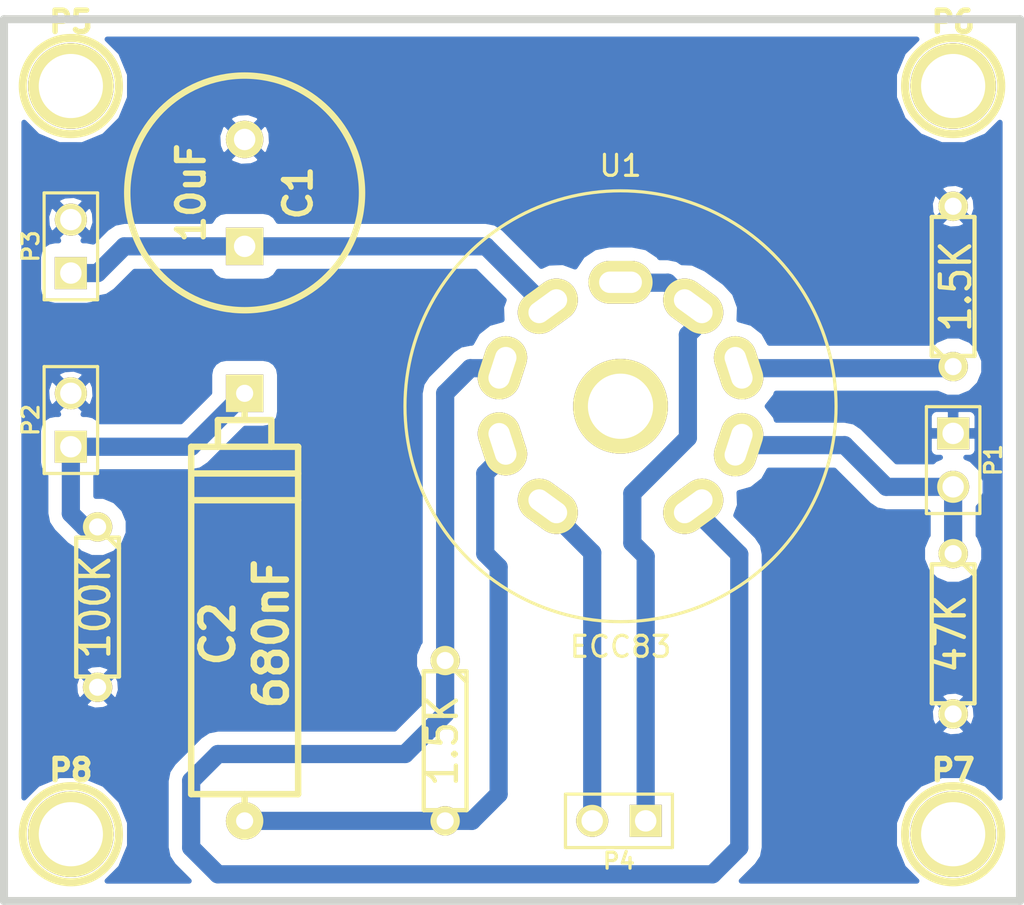
<source format=kicad_pcb>
(kicad_pcb (version 4) (host pcbnew "(2015-03-04 BZR 5478)-product")

  (general
    (links 21)
    (no_connects 1)
    (area 119.824499 90.614499 168.465501 132.905501)
    (thickness 1.6002)
    (drawings 4)
    (tracks 49)
    (zones 0)
    (modules 15)
    (nets 14)
  )

  (page A4)
  (layers
    (0 Dessus signal)
    (31 Dessous signal)
    (32 B.Adhes user)
    (33 F.Adhes user)
    (34 B.Paste user)
    (35 F.Paste user)
    (36 B.SilkS user)
    (37 F.SilkS user)
    (38 B.Mask user)
    (39 F.Mask user)
    (40 Dwgs.User user)
    (41 Cmts.User user)
    (42 Eco1.User user)
    (43 Eco2.User user)
    (44 Edge.Cuts user)
  )

  (setup
    (last_trace_width 0.8636)
    (user_trace_width 1)
    (user_trace_width 2)
    (user_trace_width 3)
    (trace_clearance 0.508)
    (zone_clearance 0.635)
    (zone_45_only no)
    (trace_min 0.154)
    (segment_width 0.381)
    (edge_width 0.381)
    (via_size 1.905)
    (via_drill 0.635)
    (via_min_size 0.889)
    (via_min_drill 0.508)
    (user_via 2 1)
    (user_via 3 2)
    (uvia_size 0.508)
    (uvia_drill 0.127)
    (uvias_allowed no)
    (uvia_min_size 0.508)
    (uvia_min_drill 0.127)
    (pcb_text_width 0.3048)
    (pcb_text_size 1.524 2.032)
    (mod_edge_width 0.381)
    (mod_text_size 1.524 1.524)
    (mod_text_width 0.3048)
    (pad_size 4.50088 4.50088)
    (pad_drill 3.0988)
    (pad_to_mask_clearance 0.1)
    (aux_axis_origin 0 0)
    (visible_elements 7FFFFFFF)
    (pcbplotparams
      (layerselection 0x00030_80000001)
      (usegerberextensions true)
      (excludeedgelayer true)
      (linewidth 0.150000)
      (plotframeref false)
      (viasonmask false)
      (mode 1)
      (useauxorigin false)
      (hpglpennumber 1)
      (hpglpenspeed 20)
      (hpglpendiameter 15)
      (hpglpenoverlay 2)
      (psnegative false)
      (psa4output false)
      (plotreference true)
      (plotvalue true)
      (plotinvisibletext false)
      (padsonsilk false)
      (subtractmaskfromsilk false)
      (outputformat 1)
      (mirror false)
      (drillshape 1)
      (scaleselection 1)
      (outputdirectory ""))
  )

  (net 0 "")
  (net 1 GND)
  (net 2 "Net-(C1-Pad1)")
  (net 3 "Net-(C2-Pad1)")
  (net 4 "Net-(C2-Pad2)")
  (net 5 "Net-(P1-Pad2)")
  (net 6 "Net-(P4-Pad1)")
  (net 7 "Net-(P4-Pad2)")
  (net 8 "Net-(R1-Pad1)")
  (net 9 "Net-(R2-Pad1)")
  (net 10 "Net-(P5-Pad1)")
  (net 11 "Net-(P6-Pad1)")
  (net 12 "Net-(P7-Pad1)")
  (net 13 "Net-(P8-Pad1)")

  (net_class Default "Ceci est la Netclass par défaut"
    (clearance 0.508)
    (trace_width 0.8636)
    (via_dia 1.905)
    (via_drill 0.635)
    (uvia_dia 0.508)
    (uvia_drill 0.127)
    (add_net GND)
    (add_net "Net-(C1-Pad1)")
    (add_net "Net-(C2-Pad1)")
    (add_net "Net-(C2-Pad2)")
    (add_net "Net-(P1-Pad2)")
    (add_net "Net-(P4-Pad1)")
    (add_net "Net-(P4-Pad2)")
    (add_net "Net-(P5-Pad1)")
    (add_net "Net-(P6-Pad1)")
    (add_net "Net-(P7-Pad1)")
    (add_net "Net-(P8-Pad1)")
    (add_net "Net-(R1-Pad1)")
    (add_net "Net-(R2-Pad1)")
  )

  (module discret:C2V10 (layer Dessus) (tedit 54A58223) (tstamp 54A58357)
    (at 131.445 99.06 90)
    (descr "Condensateur polarise")
    (tags CP)
    (path /4549F4BE)
    (fp_text reference C1 (at 0 2.54 90) (layer F.SilkS)
      (effects (font (size 1.27 1.27) (thickness 0.254)))
    )
    (fp_text value 10uF (at 0 -2.54 90) (layer F.SilkS)
      (effects (font (size 1.27 1.27) (thickness 0.254)))
    )
    (fp_circle (center 0 0) (end 4.826 -2.794) (layer F.SilkS) (width 0.3048))
    (pad 1 thru_hole rect (at -2.54 0 90) (size 1.778 1.778) (drill 1.016) (layers *.Cu *.Mask F.SilkS)
      (net 2 "Net-(C1-Pad1)"))
    (pad 2 thru_hole circle (at 2.54 0 90) (size 1.778 1.778) (drill 1.016) (layers *.Cu *.Mask F.SilkS)
      (net 1 GND))
    (model Discret.3dshapes/C2V10.wrl
      (at (xyz 0 0 0))
      (scale (xyz 1 1 1))
      (rotate (xyz 0 0 0))
    )
  )

  (module discret:CP8 (layer Dessus) (tedit 54A58223) (tstamp 54A5835C)
    (at 131.445 118.745 270)
    (descr "Condensateur polarise")
    (tags CP)
    (path /4549F3BE)
    (fp_text reference C2 (at 1.27 1.27 270) (layer F.SilkS)
      (effects (font (thickness 0.3048)))
    )
    (fp_text value 680nF (at 1.27 -1.27 270) (layer F.SilkS)
      (effects (font (thickness 0.3048)))
    )
    (fp_line (start -10.16 0) (end -8.89 0) (layer F.SilkS) (width 0.3048))
    (fp_line (start -7.62 1.27) (end -8.89 1.27) (layer F.SilkS) (width 0.3048))
    (fp_line (start -8.89 1.27) (end -8.89 -1.27) (layer F.SilkS) (width 0.3048))
    (fp_line (start -8.89 -1.27) (end -7.62 -1.27) (layer F.SilkS) (width 0.3048))
    (fp_line (start -7.62 2.54) (end -7.62 -2.54) (layer F.SilkS) (width 0.3048))
    (fp_line (start -7.62 -2.54) (end 8.89 -2.54) (layer F.SilkS) (width 0.3048))
    (fp_line (start 8.89 -2.54) (end 8.89 2.54) (layer F.SilkS) (width 0.3048))
    (fp_line (start 8.89 2.54) (end -7.62 2.54) (layer F.SilkS) (width 0.3048))
    (fp_line (start 8.89 0) (end 10.16 0) (layer F.SilkS) (width 0.3048))
    (fp_line (start -5.08 -2.54) (end -5.08 2.54) (layer F.SilkS) (width 0.3048))
    (fp_line (start -6.35 2.54) (end -6.35 -2.54) (layer F.SilkS) (width 0.3048))
    (pad 1 thru_hole rect (at -10.16 0 270) (size 1.778 1.778) (drill 0.8128) (layers *.Cu *.Mask F.SilkS)
      (net 3 "Net-(C2-Pad1)"))
    (pad 2 thru_hole circle (at 10.16 0 270) (size 1.778 1.778) (drill 0.8128) (layers *.Cu *.Mask F.SilkS)
      (net 4 "Net-(C2-Pad2)"))
    (model Discret.3dshapes/CP6.wrl
      (at (xyz 0 0 0))
      (scale (xyz 0.8 0.8 0.8))
      (rotate (xyz 0 0 0))
    )
  )

  (module pin_array:pin_array_1x02 (layer Dessus) (tedit 541A9B89) (tstamp 54A58361)
    (at 165.1 111.76 270)
    (descr "Connecteurs 2 pins")
    (tags "CONN DEV")
    (path /4549F464)
    (fp_text reference P1 (at 0 -1.905 270) (layer F.SilkS)
      (effects (font (size 0.762 0.762) (thickness 0.1524)))
    )
    (fp_text value IN (at 0 -1.905 270) (layer F.SilkS) hide
      (effects (font (size 0.762 0.762) (thickness 0.1524)))
    )
    (fp_line (start -2.54 1.27) (end -2.54 -1.27) (layer F.SilkS) (width 0.1524))
    (fp_line (start -2.54 -1.27) (end 2.54 -1.27) (layer F.SilkS) (width 0.1524))
    (fp_line (start 2.54 -1.27) (end 2.54 1.27) (layer F.SilkS) (width 0.1524))
    (fp_line (start 2.54 1.27) (end -2.54 1.27) (layer F.SilkS) (width 0.1524))
    (pad 1 thru_hole rect (at -1.27 0 270) (size 1.524 1.524) (drill 1.016) (layers *.Cu *.Mask F.SilkS)
      (net 1 GND))
    (pad 2 thru_hole circle (at 1.27 0 270) (size 1.524 1.524) (drill 1.016) (layers *.Cu *.Mask F.SilkS)
      (net 5 "Net-(P1-Pad2)"))
    (model Pin_Headers.3dshapes/Pin_Header_Straight_1x02.wrl
      (at (xyz 0 0 0))
      (scale (xyz 1 1 1))
      (rotate (xyz 0 0 0))
    )
  )

  (module pin_array:pin_array_1x02 (layer Dessus) (tedit 541A9B89) (tstamp 54A58366)
    (at 123.19 109.855 90)
    (descr "Connecteurs 2 pins")
    (tags "CONN DEV")
    (path /4549F46C)
    (fp_text reference P2 (at 0 -1.905 90) (layer F.SilkS)
      (effects (font (size 0.762 0.762) (thickness 0.1524)))
    )
    (fp_text value OUT (at 0 -1.905 90) (layer F.SilkS) hide
      (effects (font (size 0.762 0.762) (thickness 0.1524)))
    )
    (fp_line (start -2.54 1.27) (end -2.54 -1.27) (layer F.SilkS) (width 0.1524))
    (fp_line (start -2.54 -1.27) (end 2.54 -1.27) (layer F.SilkS) (width 0.1524))
    (fp_line (start 2.54 -1.27) (end 2.54 1.27) (layer F.SilkS) (width 0.1524))
    (fp_line (start 2.54 1.27) (end -2.54 1.27) (layer F.SilkS) (width 0.1524))
    (pad 1 thru_hole rect (at -1.27 0 90) (size 1.524 1.524) (drill 1.016) (layers *.Cu *.Mask F.SilkS)
      (net 3 "Net-(C2-Pad1)"))
    (pad 2 thru_hole circle (at 1.27 0 90) (size 1.524 1.524) (drill 1.016) (layers *.Cu *.Mask F.SilkS)
      (net 1 GND))
    (model Pin_Headers.3dshapes/Pin_Header_Straight_1x02.wrl
      (at (xyz 0 0 0))
      (scale (xyz 1 1 1))
      (rotate (xyz 0 0 0))
    )
  )

  (module pin_array:pin_array_1x02 (layer Dessus) (tedit 541A9B89) (tstamp 54A5836B)
    (at 123.19 101.6 90)
    (descr "Connecteurs 2 pins")
    (tags "CONN DEV")
    (path /4549F4A5)
    (fp_text reference P3 (at 0 -1.905 90) (layer F.SilkS)
      (effects (font (size 0.762 0.762) (thickness 0.1524)))
    )
    (fp_text value POWER (at 0 -1.905 90) (layer F.SilkS) hide
      (effects (font (size 0.762 0.762) (thickness 0.1524)))
    )
    (fp_line (start -2.54 1.27) (end -2.54 -1.27) (layer F.SilkS) (width 0.1524))
    (fp_line (start -2.54 -1.27) (end 2.54 -1.27) (layer F.SilkS) (width 0.1524))
    (fp_line (start 2.54 -1.27) (end 2.54 1.27) (layer F.SilkS) (width 0.1524))
    (fp_line (start 2.54 1.27) (end -2.54 1.27) (layer F.SilkS) (width 0.1524))
    (pad 1 thru_hole rect (at -1.27 0 90) (size 1.524 1.524) (drill 1.016) (layers *.Cu *.Mask F.SilkS)
      (net 2 "Net-(C1-Pad1)"))
    (pad 2 thru_hole circle (at 1.27 0 90) (size 1.524 1.524) (drill 1.016) (layers *.Cu *.Mask F.SilkS)
      (net 1 GND))
    (model Pin_Headers.3dshapes/Pin_Header_Straight_1x02.wrl
      (at (xyz 0 0 0))
      (scale (xyz 1 1 1))
      (rotate (xyz 0 0 0))
    )
  )

  (module pin_array:pin_array_1x02 (layer Dessus) (tedit 541A9B89) (tstamp 54A58370)
    (at 149.225 128.905 180)
    (descr "Connecteurs 2 pins")
    (tags "CONN DEV")
    (path /456A8ACC)
    (fp_text reference P4 (at 0 -1.905 180) (layer F.SilkS)
      (effects (font (size 0.762 0.762) (thickness 0.1524)))
    )
    (fp_text value CONN_2 (at 0 -1.905 180) (layer F.SilkS) hide
      (effects (font (size 0.762 0.762) (thickness 0.1524)))
    )
    (fp_line (start -2.54 1.27) (end -2.54 -1.27) (layer F.SilkS) (width 0.1524))
    (fp_line (start -2.54 -1.27) (end 2.54 -1.27) (layer F.SilkS) (width 0.1524))
    (fp_line (start 2.54 -1.27) (end 2.54 1.27) (layer F.SilkS) (width 0.1524))
    (fp_line (start 2.54 1.27) (end -2.54 1.27) (layer F.SilkS) (width 0.1524))
    (pad 1 thru_hole rect (at -1.27 0 180) (size 1.524 1.524) (drill 1.016) (layers *.Cu *.Mask F.SilkS)
      (net 6 "Net-(P4-Pad1)"))
    (pad 2 thru_hole circle (at 1.27 0 180) (size 1.524 1.524) (drill 1.016) (layers *.Cu *.Mask F.SilkS)
      (net 7 "Net-(P4-Pad2)"))
    (model Pin_Headers.3dshapes/Pin_Header_Straight_1x02.wrl
      (at (xyz 0 0 0))
      (scale (xyz 1 1 1))
      (rotate (xyz 0 0 0))
    )
  )

  (module discret:R3 (layer Dessus) (tedit 54A58223) (tstamp 54A58389)
    (at 140.97 125.095 270)
    (descr "Resitance 3 pas")
    (tags R)
    (path /4549F38A)
    (autoplace_cost180 10)
    (fp_text reference R1 (at 0 0.127 270) (layer F.SilkS) hide
      (effects (font (size 1.397 1.27) (thickness 0.2032)))
    )
    (fp_text value 1.5K (at 0 0.127 270) (layer F.SilkS)
      (effects (font (size 1.397 1.27) (thickness 0.2032)))
    )
    (fp_line (start -3.81 0) (end -3.302 0) (layer F.SilkS) (width 0.2032))
    (fp_line (start 3.81 0) (end 3.302 0) (layer F.SilkS) (width 0.2032))
    (fp_line (start 3.302 0) (end 3.302 -1.016) (layer F.SilkS) (width 0.2032))
    (fp_line (start 3.302 -1.016) (end -3.302 -1.016) (layer F.SilkS) (width 0.2032))
    (fp_line (start -3.302 -1.016) (end -3.302 1.016) (layer F.SilkS) (width 0.2032))
    (fp_line (start -3.302 1.016) (end 3.302 1.016) (layer F.SilkS) (width 0.2032))
    (fp_line (start 3.302 1.016) (end 3.302 0) (layer F.SilkS) (width 0.2032))
    (fp_line (start -3.302 -0.508) (end -2.794 -1.016) (layer F.SilkS) (width 0.2032))
    (pad 1 thru_hole circle (at -3.81 0 270) (size 1.397 1.397) (drill 0.8128) (layers *.Cu *.Mask F.SilkS)
      (net 8 "Net-(R1-Pad1)"))
    (pad 2 thru_hole circle (at 3.81 0 270) (size 1.397 1.397) (drill 0.8128) (layers *.Cu *.Mask F.SilkS)
      (net 4 "Net-(C2-Pad2)"))
    (model Discret.3dshapes/R3.wrl
      (at (xyz 0 0 0))
      (scale (xyz 0.3 0.3 0.3))
      (rotate (xyz 0 0 0))
    )
  )

  (module discret:R3 (layer Dessus) (tedit 54A58223) (tstamp 54A5838E)
    (at 165.1 103.505 90)
    (descr "Resitance 3 pas")
    (tags R)
    (path /4549F39D)
    (autoplace_cost180 10)
    (fp_text reference R2 (at 0 0.127 90) (layer F.SilkS) hide
      (effects (font (size 1.397 1.27) (thickness 0.2032)))
    )
    (fp_text value 1.5K (at 0 0.127 90) (layer F.SilkS)
      (effects (font (size 1.397 1.27) (thickness 0.2032)))
    )
    (fp_line (start -3.81 0) (end -3.302 0) (layer F.SilkS) (width 0.2032))
    (fp_line (start 3.81 0) (end 3.302 0) (layer F.SilkS) (width 0.2032))
    (fp_line (start 3.302 0) (end 3.302 -1.016) (layer F.SilkS) (width 0.2032))
    (fp_line (start 3.302 -1.016) (end -3.302 -1.016) (layer F.SilkS) (width 0.2032))
    (fp_line (start -3.302 -1.016) (end -3.302 1.016) (layer F.SilkS) (width 0.2032))
    (fp_line (start -3.302 1.016) (end 3.302 1.016) (layer F.SilkS) (width 0.2032))
    (fp_line (start 3.302 1.016) (end 3.302 0) (layer F.SilkS) (width 0.2032))
    (fp_line (start -3.302 -0.508) (end -2.794 -1.016) (layer F.SilkS) (width 0.2032))
    (pad 1 thru_hole circle (at -3.81 0 90) (size 1.397 1.397) (drill 0.8128) (layers *.Cu *.Mask F.SilkS)
      (net 9 "Net-(R2-Pad1)"))
    (pad 2 thru_hole circle (at 3.81 0 90) (size 1.397 1.397) (drill 0.8128) (layers *.Cu *.Mask F.SilkS)
      (net 1 GND))
    (model Discret.3dshapes/R3.wrl
      (at (xyz 0 0 0))
      (scale (xyz 0.3 0.3 0.3))
      (rotate (xyz 0 0 0))
    )
  )

  (module discret:R3 (layer Dessus) (tedit 54A58223) (tstamp 54A58393)
    (at 124.46 118.745 270)
    (descr "Resitance 3 pas")
    (tags R)
    (path /4549F3AD)
    (autoplace_cost180 10)
    (fp_text reference R3 (at 0 0.127 270) (layer F.SilkS) hide
      (effects (font (size 1.397 1.27) (thickness 0.2032)))
    )
    (fp_text value 100K (at 0 0.127 270) (layer F.SilkS)
      (effects (font (size 1.397 1.27) (thickness 0.2032)))
    )
    (fp_line (start -3.81 0) (end -3.302 0) (layer F.SilkS) (width 0.2032))
    (fp_line (start 3.81 0) (end 3.302 0) (layer F.SilkS) (width 0.2032))
    (fp_line (start 3.302 0) (end 3.302 -1.016) (layer F.SilkS) (width 0.2032))
    (fp_line (start 3.302 -1.016) (end -3.302 -1.016) (layer F.SilkS) (width 0.2032))
    (fp_line (start -3.302 -1.016) (end -3.302 1.016) (layer F.SilkS) (width 0.2032))
    (fp_line (start -3.302 1.016) (end 3.302 1.016) (layer F.SilkS) (width 0.2032))
    (fp_line (start 3.302 1.016) (end 3.302 0) (layer F.SilkS) (width 0.2032))
    (fp_line (start -3.302 -0.508) (end -2.794 -1.016) (layer F.SilkS) (width 0.2032))
    (pad 1 thru_hole circle (at -3.81 0 270) (size 1.397 1.397) (drill 0.8128) (layers *.Cu *.Mask F.SilkS)
      (net 3 "Net-(C2-Pad1)"))
    (pad 2 thru_hole circle (at 3.81 0 270) (size 1.397 1.397) (drill 0.8128) (layers *.Cu *.Mask F.SilkS)
      (net 1 GND))
    (model Discret.3dshapes/R3.wrl
      (at (xyz 0 0 0))
      (scale (xyz 0.3 0.3 0.3))
      (rotate (xyz 0 0 0))
    )
  )

  (module discret:R3 (layer Dessus) (tedit 54A58223) (tstamp 54A58398)
    (at 165.1 120.015 270)
    (descr "Resitance 3 pas")
    (tags R)
    (path /4549F3A2)
    (autoplace_cost180 10)
    (fp_text reference R4 (at 0 0.127 270) (layer F.SilkS) hide
      (effects (font (size 1.397 1.27) (thickness 0.2032)))
    )
    (fp_text value 47K (at 0 0.127 270) (layer F.SilkS)
      (effects (font (size 1.397 1.27) (thickness 0.2032)))
    )
    (fp_line (start -3.81 0) (end -3.302 0) (layer F.SilkS) (width 0.2032))
    (fp_line (start 3.81 0) (end 3.302 0) (layer F.SilkS) (width 0.2032))
    (fp_line (start 3.302 0) (end 3.302 -1.016) (layer F.SilkS) (width 0.2032))
    (fp_line (start 3.302 -1.016) (end -3.302 -1.016) (layer F.SilkS) (width 0.2032))
    (fp_line (start -3.302 -1.016) (end -3.302 1.016) (layer F.SilkS) (width 0.2032))
    (fp_line (start -3.302 1.016) (end 3.302 1.016) (layer F.SilkS) (width 0.2032))
    (fp_line (start 3.302 1.016) (end 3.302 0) (layer F.SilkS) (width 0.2032))
    (fp_line (start -3.302 -0.508) (end -2.794 -1.016) (layer F.SilkS) (width 0.2032))
    (pad 1 thru_hole circle (at -3.81 0 270) (size 1.397 1.397) (drill 0.8128) (layers *.Cu *.Mask F.SilkS)
      (net 5 "Net-(P1-Pad2)"))
    (pad 2 thru_hole circle (at 3.81 0 270) (size 1.397 1.397) (drill 0.8128) (layers *.Cu *.Mask F.SilkS)
      (net 1 GND))
    (model Discret.3dshapes/R3.wrl
      (at (xyz 0 0 0))
      (scale (xyz 0.3 0.3 0.3))
      (rotate (xyz 0 0 0))
    )
  )

  (module connect:1pin (layer Dessus) (tedit 54A58223) (tstamp 54A583D2)
    (at 123.19 93.98)
    (descr "module 1 pin (ou trou mecanique de percage)")
    (tags DEV)
    (path /54A5830A)
    (fp_text reference P5 (at 0 -3.048) (layer F.SilkS)
      (effects (font (size 1.016 1.016) (thickness 0.254)))
    )
    (fp_text value CONN_1 (at 0 2.794) (layer F.SilkS) hide
      (effects (font (size 1.016 1.016) (thickness 0.254)))
    )
    (fp_circle (center 0 0) (end 0 -2.286) (layer F.SilkS) (width 0.381))
    (pad 1 thru_hole circle (at 0 0) (size 4.064 4.064) (drill 3.048) (layers *.Cu *.Mask F.SilkS)
      (net 10 "Net-(P5-Pad1)"))
  )

  (module connect:1pin (layer Dessus) (tedit 54A58223) (tstamp 54A583D6)
    (at 165.1 93.98)
    (descr "module 1 pin (ou trou mecanique de percage)")
    (tags DEV)
    (path /54A58363)
    (fp_text reference P6 (at 0 -3.048) (layer F.SilkS)
      (effects (font (size 1.016 1.016) (thickness 0.254)))
    )
    (fp_text value CONN_1 (at 0 2.794) (layer F.SilkS) hide
      (effects (font (size 1.016 1.016) (thickness 0.254)))
    )
    (fp_circle (center 0 0) (end 0 -2.286) (layer F.SilkS) (width 0.381))
    (pad 1 thru_hole circle (at 0 0) (size 4.064 4.064) (drill 3.048) (layers *.Cu *.Mask F.SilkS)
      (net 11 "Net-(P6-Pad1)"))
  )

  (module connect:1pin (layer Dessus) (tedit 54A58223) (tstamp 54A583DA)
    (at 165.1 129.54)
    (descr "module 1 pin (ou trou mecanique de percage)")
    (tags DEV)
    (path /54A5837A)
    (fp_text reference P7 (at 0 -3.048) (layer F.SilkS)
      (effects (font (size 1.016 1.016) (thickness 0.254)))
    )
    (fp_text value CONN_1 (at 0 2.794) (layer F.SilkS) hide
      (effects (font (size 1.016 1.016) (thickness 0.254)))
    )
    (fp_circle (center 0 0) (end 0 -2.286) (layer F.SilkS) (width 0.381))
    (pad 1 thru_hole circle (at 0 0) (size 4.064 4.064) (drill 3.048) (layers *.Cu *.Mask F.SilkS)
      (net 12 "Net-(P7-Pad1)"))
  )

  (module connect:1pin (layer Dessus) (tedit 54A58223) (tstamp 54A583DE)
    (at 123.19 129.54)
    (descr "module 1 pin (ou trou mecanique de percage)")
    (tags DEV)
    (path /54A58391)
    (fp_text reference P8 (at 0 -3.048) (layer F.SilkS)
      (effects (font (size 1.016 1.016) (thickness 0.254)))
    )
    (fp_text value CONN_1 (at 0 2.794) (layer F.SilkS) hide
      (effects (font (size 1.016 1.016) (thickness 0.254)))
    )
    (fp_circle (center 0 0) (end 0 -2.286) (layer F.SilkS) (width 0.381))
    (pad 1 thru_hole circle (at 0 0) (size 4.064 4.064) (drill 3.048) (layers *.Cu *.Mask F.SilkS)
      (net 13 "Net-(P8-Pad1)"))
  )

  (module Valves:VALVE-ECC-83-2 (layer Dessus) (tedit 54FC7E9D) (tstamp 54A5A6B2)
    (at 149.3 109.2)
    (path /48B4F266)
    (fp_text reference U1 (at 0 -11.43) (layer F.SilkS)
      (effects (font (size 1 1) (thickness 0.15)))
    )
    (fp_text value ECC83 (at 0 11.43) (layer F.SilkS)
      (effects (font (size 1 1) (thickness 0.15)))
    )
    (fp_circle (center 0 0) (end 10.16 1.27) (layer F.SilkS) (width 0.15))
    (pad 1 thru_hole oval (at 3.4544 4.75488 306) (size 2.032 3.048) (drill oval 1.016 2.032) (layers *.Cu *.Mask F.SilkS)
      (net 8 "Net-(R1-Pad1)"))
    (pad 2 thru_hole oval (at 5.60832 1.8288 342) (size 2.032 3.048) (drill oval 1.016 2.032) (layers *.Cu *.Mask F.SilkS)
      (net 5 "Net-(P1-Pad2)"))
    (pad 3 thru_hole oval (at 5.60832 -1.8288 18) (size 2.032 3.048) (drill oval 1.016 2.032) (layers *.Cu *.Mask F.SilkS)
      (net 9 "Net-(R2-Pad1)"))
    (pad 4 thru_hole oval (at 3.4544 -4.75488 54) (size 2.032 3.048) (drill oval 1.016 2.032) (layers *.Cu *.Mask F.SilkS)
      (net 6 "Net-(P4-Pad1)"))
    (pad 5 thru_hole oval (at 0 -5.8928 90) (size 2.032 3.048) (drill oval 1.016 2.032) (layers *.Cu *.Mask F.SilkS)
      (net 6 "Net-(P4-Pad1)"))
    (pad 6 thru_hole oval (at -3.4544 -4.75488 306) (size 2.032 3.048) (drill oval 1.016 2.032) (layers *.Cu *.Mask F.SilkS)
      (net 2 "Net-(C1-Pad1)"))
    (pad 7 thru_hole oval (at -5.60832 -1.8288 342) (size 2.032 3.048) (drill oval 1.016 2.032) (layers *.Cu *.Mask F.SilkS)
      (net 8 "Net-(R1-Pad1)"))
    (pad 8 thru_hole oval (at -5.60832 1.78816 18) (size 2.032 3.048) (drill oval 1.016 2.032) (layers *.Cu *.Mask F.SilkS)
      (net 4 "Net-(C2-Pad2)"))
    (pad 9 thru_hole oval (at -3.4544 4.75488 54) (size 2.032 3.048) (drill oval 1.016 2.032) (layers *.Cu *.Mask F.SilkS)
      (net 7 "Net-(P4-Pad2)"))
    (pad 0 thru_hole circle (at 0 0) (size 4.50088 4.50088) (drill 3.0988) (layers *.Cu *.Mask F.SilkS))
    (model Valves.3dshapes/VALVE-ECC-83-2.wrl
      (at (xyz 0 0 0))
      (scale (xyz 1 1 1))
      (rotate (xyz 0 0 0))
    )
  )

  (gr_line (start 168.275 132.715) (end 120.015 132.715) (angle 90) (layer Edge.Cuts) (width 0.381))
  (gr_line (start 168.275 90.805) (end 120.015 90.805) (angle 90) (layer Edge.Cuts) (width 0.381))
  (gr_line (start 168.275 90.805) (end 168.275 132.715) (angle 90) (layer Edge.Cuts) (width 0.381))
  (gr_line (start 120.015 90.805) (end 120.015 132.715) (angle 90) (layer Edge.Cuts) (width 0.381))

  (segment (start 165.1 123.825) (end 165.354 123.825) (width 0.8636) (layer Dessous) (net 1) (status 30))
  (segment (start 125.73 101.6) (end 131.445 101.6) (width 0.8636) (layer Dessous) (net 2) (status 420))
  (segment (start 123.19 102.87) (end 124.46 102.87) (width 0.8636) (layer Dessous) (net 2) (status 810))
  (segment (start 142.90548 101.6) (end 145.7706 104.46512) (width 0.8636) (layer Dessous) (net 2) (status 420))
  (segment (start 131.445 101.6) (end 142.90548 101.6) (width 0.8636) (layer Dessous) (net 2) (status 810))
  (segment (start 124.46 102.87) (end 125.73 101.6) (width 0.8636) (layer Dessous) (net 2))
  (segment (start 124.46 114.935) (end 123.825 114.935) (width 0.8636) (layer Dessous) (net 3) (status 30))
  (segment (start 123.19 114.3) (end 123.19 111.125) (width 0.8636) (layer Dessous) (net 3) (status 20))
  (segment (start 123.825 114.935) (end 123.19 114.3) (width 0.8636) (layer Dessous) (net 3) (status 10))
  (segment (start 131.445 108.585) (end 128.905 111.125) (width 0.8636) (layer Dessous) (net 3) (status 810))
  (segment (start 128.905 111.125) (end 123.19 111.125) (width 0.8636) (layer Dessous) (net 3) (status 420))
  (segment (start 142.875 116.205) (end 143.51 116.84) (width 0.8636) (layer Dessous) (net 4))
  (segment (start 142.875 112.395) (end 142.875 116.205) (width 0.8636) (layer Dessous) (net 4))
  (segment (start 143.61668 111.65332) (end 142.875 112.395) (width 0.8636) (layer Dessous) (net 4) (status 10))
  (segment (start 140.97 128.905) (end 142.24 128.905) (width 0.8636) (layer Dessous) (net 4) (status 810))
  (segment (start 142.24 128.905) (end 143.51 127.635) (width 0.8636) (layer Dessous) (net 4))
  (segment (start 143.51 127.635) (end 143.51 116.84) (width 0.8636) (layer Dessous) (net 4))
  (segment (start 143.61668 111.00816) (end 143.61668 111.65332) (width 0.8636) (layer Dessous) (net 4) (status 830))
  (segment (start 131.445 128.905) (end 140.97 128.905) (width 0.8636) (layer Dessous) (net 4) (status C30))
  (segment (start 161.925 113.03) (end 165.1 113.03) (width 0.8636) (layer Dessous) (net 5) (status 420))
  (segment (start 159.9438 111.0488) (end 161.925 113.03) (width 0.8636) (layer Dessous) (net 5))
  (segment (start 165.1 113.03) (end 165.1 116.205) (width 0.8636) (layer Dessous) (net 5) (status C30))
  (segment (start 154.83332 111.0488) (end 159.9438 111.0488) (width 0.8636) (layer Dessous) (net 5) (status 810))
  (segment (start 149.86 115.697) (end 150.495 116.332) (width 0.8636) (layer Dessous) (net 6))
  (segment (start 149.225 103.3272) (end 151.54148 103.3272) (width 0.8636) (layer Dessous) (net 6) (status 10))
  (segment (start 151.54148 103.3272) (end 152.6794 104.46512) (width 0.8636) (layer Dessous) (net 6) (status 420))
  (segment (start 150.495 128.905) (end 150.495 116.332) (width 0.8636) (layer Dessous) (net 6) (status 810))
  (segment (start 149.86 113.34) (end 149.86 115.697) (width 0.8636) (layer Dessous) (net 6) (tstamp 54A5A709))
  (segment (start 152.5 110.7) (end 149.86 113.34) (width 0.8636) (layer Dessous) (net 6) (tstamp 54A5A707))
  (segment (start 152.5 105.8) (end 152.5 110.7) (width 0.8636) (layer Dessous) (net 6) (tstamp 54A5A705))
  (segment (start 152.7544 105.5456) (end 152.5 105.8) (width 0.8636) (layer Dessous) (net 6) (tstamp 54A5A703))
  (segment (start 152.7544 104.44512) (end 152.7544 105.5456) (width 0.8636) (layer Dessous) (net 6))
  (segment (start 147.955 128.905) (end 147.955 116.15928) (width 0.8636) (layer Dessous) (net 7) (status 810))
  (segment (start 147.955 116.15928) (end 145.7706 113.97488) (width 0.8636) (layer Dessous) (net 7) (status 420))
  (segment (start 153.67 131.445) (end 154.94 130.175) (width 0.8636) (layer Dessous) (net 8))
  (segment (start 130.175 131.445) (end 153.67 131.445) (width 0.8636) (layer Dessous) (net 8))
  (segment (start 128.905 130.175) (end 130.175 131.445) (width 0.8636) (layer Dessous) (net 8))
  (segment (start 128.905 127) (end 128.905 130.175) (width 0.8636) (layer Dessous) (net 8))
  (segment (start 154.94 130.175) (end 154.94 116.23548) (width 0.8636) (layer Dessous) (net 8))
  (segment (start 154.94 116.23548) (end 152.6794 113.97488) (width 0.8636) (layer Dessous) (net 8) (status 420))
  (segment (start 140.97 121.285) (end 140.97 123.825) (width 0.8636) (layer Dessous) (net 8) (status 810))
  (segment (start 142.1638 107.3912) (end 140.97 108.585) (width 0.8636) (layer Dessous) (net 8))
  (segment (start 140.97 108.585) (end 140.97 121.285) (width 0.8636) (layer Dessous) (net 8) (status 420))
  (segment (start 143.61668 107.3912) (end 142.1638 107.3912) (width 0.8636) (layer Dessous) (net 8) (status 810))
  (segment (start 130.175 125.73) (end 128.905 127) (width 0.8636) (layer Dessous) (net 8))
  (segment (start 139.065 125.73) (end 130.175 125.73) (width 0.8636) (layer Dessous) (net 8))
  (segment (start 140.97 123.825) (end 139.065 125.73) (width 0.8636) (layer Dessous) (net 8))
  (segment (start 154.83332 107.3912) (end 165.0238 107.3912) (width 0.8636) (layer Dessous) (net 9) (status 830))
  (segment (start 165.0238 107.3912) (end 165.1 107.315) (width 0.8636) (layer Dessous) (net 9) (status 430))

  (zone (net 1) (net_name GND) (layer Dessous) (tstamp 4EED96A1) (hatch edge 0.508)
    (connect_pads (clearance 0.635))
    (min_thickness 0.254)
    (fill yes (arc_segments 16) (thermal_gap 0.254) (thermal_bridge_width 0.50038))
    (polygon
      (pts
        (xy 167.64 132.08) (xy 167.64 91.44) (xy 120.65 91.44) (xy 120.65 132.08)
      )
    )
    (filled_polygon
      (pts
        (xy 167.3225 127.811617) (xy 166.68474 127.172743) (xy 166.192271 126.968252) (xy 166.192271 123.96054) (xy 166.160996 123.532229)
        (xy 166.057258 123.281783) (xy 165.892676 123.206541) (xy 165.718459 123.380758) (xy 165.718459 123.032324) (xy 165.643217 122.867742)
        (xy 165.23554 122.732729) (xy 164.807229 122.764004) (xy 164.556783 122.867742) (xy 164.481541 123.032324) (xy 165.1 123.650783)
        (xy 165.718459 123.032324) (xy 165.718459 123.380758) (xy 165.274217 123.825) (xy 165.892676 124.443459) (xy 166.057258 124.368217)
        (xy 166.192271 123.96054) (xy 166.192271 126.968252) (xy 165.718459 126.771508) (xy 165.718459 124.617676) (xy 165.1 123.999217)
        (xy 164.925783 124.173434) (xy 164.925783 123.825) (xy 164.307324 123.206541) (xy 164.142742 123.281783) (xy 164.007729 123.68946)
        (xy 164.039004 124.117771) (xy 164.142742 124.368217) (xy 164.307324 124.443459) (xy 164.925783 123.825) (xy 164.925783 124.173434)
        (xy 164.481541 124.617676) (xy 164.556783 124.782258) (xy 164.96446 124.917271) (xy 165.392771 124.885996) (xy 165.643217 124.782258)
        (xy 165.718459 124.617676) (xy 165.718459 126.771508) (xy 165.658199 126.746486) (xy 164.546677 126.745516) (xy 163.519394 127.169981)
        (xy 162.732743 127.95526) (xy 162.306486 128.981801) (xy 162.305516 130.093323) (xy 162.729981 131.120606) (xy 163.370755 131.7625)
        (xy 155.040788 131.7625) (xy 155.784144 131.019144) (xy 156.042927 130.631848) (xy 156.042927 130.631847) (xy 156.1338 130.175)
        (xy 156.1338 116.23548) (xy 156.042927 115.778633) (xy 156.042927 115.778632) (xy 155.784144 115.391336) (xy 154.780713 114.387905)
        (xy 154.957722 113.908101) (xy 154.934257 113.3109) (xy 155.544695 113.13874) (xy 156.089502 112.709248) (xy 156.350837 112.2426)
        (xy 159.449312 112.2426) (xy 161.080856 113.874144) (xy 161.468153 114.132927) (xy 161.925 114.2238) (xy 163.9062 114.2238)
        (xy 163.9062 115.333059) (xy 163.86257 115.376613) (xy 163.639754 115.913214) (xy 163.639247 116.494237) (xy 163.861126 117.031226)
        (xy 164.271613 117.44243) (xy 164.808214 117.665246) (xy 165.389237 117.665753) (xy 165.926226 117.443874) (xy 166.33743 117.033387)
        (xy 166.560246 116.496786) (xy 166.560753 115.915763) (xy 166.338874 115.378774) (xy 166.2938 115.333621) (xy 166.2938 113.991665)
        (xy 166.391231 113.894404) (xy 166.623735 113.334472) (xy 166.624264 112.728188) (xy 166.392738 112.167851) (xy 165.964404 111.738769)
        (xy 165.709683 111.633) (xy 165.786214 111.633) (xy 165.937785 111.633) (xy 166.077819 111.574996) (xy 166.184996 111.46782)
        (xy 166.243 111.327786) (xy 166.243 110.70844) (xy 166.243 110.27156) (xy 166.243 109.652214) (xy 166.184996 109.51218)
        (xy 166.077819 109.405004) (xy 165.937785 109.347) (xy 165.786214 109.347) (xy 165.31844 109.347) (xy 165.22319 109.44225)
        (xy 165.22319 110.36681) (xy 166.14775 110.36681) (xy 166.243 110.27156) (xy 166.243 110.70844) (xy 166.14775 110.61319)
        (xy 165.22319 110.61319) (xy 165.22319 110.63319) (xy 164.97681 110.63319) (xy 164.97681 110.61319) (xy 164.97681 110.36681)
        (xy 164.97681 109.44225) (xy 164.88156 109.347) (xy 164.413786 109.347) (xy 164.262215 109.347) (xy 164.122181 109.405004)
        (xy 164.015004 109.51218) (xy 163.957 109.652214) (xy 163.957 110.27156) (xy 164.05225 110.36681) (xy 164.97681 110.36681)
        (xy 164.97681 110.61319) (xy 164.05225 110.61319) (xy 163.957 110.70844) (xy 163.957 111.327786) (xy 164.015004 111.46782)
        (xy 164.122181 111.574996) (xy 164.262215 111.633) (xy 164.413786 111.633) (xy 164.490184 111.633) (xy 164.237851 111.737262)
        (xy 164.13874 111.8362) (xy 162.419488 111.8362) (xy 160.787944 110.204656) (xy 160.400648 109.945873) (xy 159.9438 109.855)
        (xy 156.708227 109.855) (xy 156.66335 109.695875) (xy 156.272432 109.2) (xy 156.66335 108.704125) (xy 156.696946 108.585)
        (xy 164.35005 108.585) (xy 164.808214 108.775246) (xy 165.389237 108.775753) (xy 165.926226 108.553874) (xy 166.33743 108.143387)
        (xy 166.560246 107.606786) (xy 166.560753 107.025763) (xy 166.338874 106.488774) (xy 166.192271 106.341914) (xy 166.192271 99.83054)
        (xy 166.160996 99.402229) (xy 166.057258 99.151783) (xy 165.892676 99.076541) (xy 165.718459 99.250758) (xy 165.718459 98.902324)
        (xy 165.643217 98.737742) (xy 165.23554 98.602729) (xy 164.807229 98.634004) (xy 164.556783 98.737742) (xy 164.481541 98.902324)
        (xy 165.1 99.520783) (xy 165.718459 98.902324) (xy 165.718459 99.250758) (xy 165.274217 99.695) (xy 165.892676 100.313459)
        (xy 166.057258 100.238217) (xy 166.192271 99.83054) (xy 166.192271 106.341914) (xy 165.928387 106.07757) (xy 165.718459 105.9904)
        (xy 165.718459 100.487676) (xy 165.1 99.869217) (xy 164.925783 100.043434) (xy 164.925783 99.695) (xy 164.307324 99.076541)
        (xy 164.142742 99.151783) (xy 164.007729 99.55946) (xy 164.039004 99.987771) (xy 164.142742 100.238217) (xy 164.307324 100.313459)
        (xy 164.925783 99.695) (xy 164.925783 100.043434) (xy 164.481541 100.487676) (xy 164.556783 100.652258) (xy 164.96446 100.787271)
        (xy 165.392771 100.755996) (xy 165.643217 100.652258) (xy 165.718459 100.487676) (xy 165.718459 105.9904) (xy 165.391786 105.854754)
        (xy 164.810763 105.854247) (xy 164.273774 106.076126) (xy 164.152288 106.1974) (xy 156.373238 106.1974) (xy 156.089502 105.690752)
        (xy 155.544695 105.26126) (xy 154.934257 105.089099) (xy 154.957722 104.491899) (xy 154.717607 103.841037) (xy 154.246695 103.331607)
        (xy 153.352271 102.681769) (xy 152.722255 102.391327) (xy 152.218734 102.371543) (xy 152.218733 102.371543) (xy 151.998328 102.224273)
        (xy 151.54148 102.1334) (xy 151.165771 102.1334) (xy 151.110021 102.049964) (xy 150.533196 101.664542) (xy 149.852785 101.5292)
        (xy 148.747215 101.5292) (xy 148.066804 101.664542) (xy 147.489979 102.049964) (xy 147.13985 102.573968) (xy 146.570951 102.364091)
        (xy 145.877744 102.391328) (xy 145.540546 102.546778) (xy 143.749624 100.755856) (xy 143.362328 100.497073) (xy 142.90548 100.4062)
        (xy 133.045192 100.4062) (xy 132.886808 100.165087) (xy 132.727151 100.057317) (xy 132.727151 96.701126) (xy 132.698867 96.196681)
        (xy 132.560239 95.862003) (xy 132.375891 95.763326) (xy 132.201674 95.937543) (xy 132.201674 95.589109) (xy 132.102997 95.404761)
        (xy 131.626126 95.237849) (xy 131.121681 95.266133) (xy 130.787003 95.404761) (xy 130.688326 95.589109) (xy 131.445 96.345783)
        (xy 132.201674 95.589109) (xy 132.201674 95.937543) (xy 131.619217 96.52) (xy 132.375891 97.276674) (xy 132.560239 97.177997)
        (xy 132.727151 96.701126) (xy 132.727151 100.057317) (xy 132.633568 99.994148) (xy 132.334 99.934072) (xy 132.201674 99.934072)
        (xy 132.201674 97.450891) (xy 131.445 96.694217) (xy 131.270783 96.868434) (xy 131.270783 96.52) (xy 130.514109 95.763326)
        (xy 130.329761 95.862003) (xy 130.162849 96.338874) (xy 130.191133 96.843319) (xy 130.329761 97.177997) (xy 130.514109 97.276674)
        (xy 131.270783 96.52) (xy 131.270783 96.868434) (xy 130.688326 97.450891) (xy 130.787003 97.635239) (xy 131.263874 97.802151)
        (xy 131.768319 97.773867) (xy 132.102997 97.635239) (xy 132.201674 97.450891) (xy 132.201674 99.934072) (xy 130.556 99.934072)
        (xy 130.265452 99.990445) (xy 130.010087 100.158192) (xy 129.842679 100.4062) (xy 125.73 100.4062) (xy 125.273152 100.497073)
        (xy 124.885856 100.755856) (xy 124.345603 101.296108) (xy 124.345603 100.480745) (xy 124.315325 100.02704) (xy 124.19995 99.7485)
        (xy 124.028783 99.665433) (xy 123.854567 99.839649) (xy 123.854567 99.491217) (xy 123.7715 99.32005) (xy 123.340745 99.174397)
        (xy 122.88704 99.204675) (xy 122.6085 99.32005) (xy 122.525433 99.491217) (xy 123.19 100.155783) (xy 123.854567 99.491217)
        (xy 123.854567 99.839649) (xy 123.364217 100.33) (xy 124.028783 100.994567) (xy 124.19995 100.9115) (xy 124.345603 100.480745)
        (xy 124.345603 101.296108) (xy 124.250731 101.39098) (xy 123.952 101.331072) (xy 123.775808 101.331072) (xy 123.854567 101.168783)
        (xy 123.19 100.504217) (xy 123.015783 100.678433) (xy 123.015783 100.33) (xy 122.351217 99.665433) (xy 122.18005 99.7485)
        (xy 122.034397 100.179255) (xy 122.064675 100.63296) (xy 122.18005 100.9115) (xy 122.351217 100.994567) (xy 123.015783 100.33)
        (xy 123.015783 100.678433) (xy 122.525433 101.168783) (xy 122.604191 101.331072) (xy 122.428 101.331072) (xy 122.137452 101.387445)
        (xy 121.882087 101.555192) (xy 121.711148 101.808432) (xy 121.651072 102.108) (xy 121.651072 103.632) (xy 121.707445 103.922548)
        (xy 121.875192 104.177913) (xy 122.128432 104.348852) (xy 122.428 104.408928) (xy 123.952 104.408928) (xy 124.242548 104.352555)
        (xy 124.497913 104.184808) (xy 124.598142 104.036321) (xy 124.916847 103.972927) (xy 124.916848 103.972927) (xy 125.304144 103.714144)
        (xy 126.224488 102.7938) (xy 129.844807 102.7938) (xy 130.003192 103.034913) (xy 130.256432 103.205852) (xy 130.556 103.265928)
        (xy 132.334 103.265928) (xy 132.624548 103.209555) (xy 132.879913 103.041808) (xy 133.04732 102.7938) (xy 142.410992 102.7938)
        (xy 143.768082 104.15089) (xy 143.642278 104.4919) (xy 143.665741 105.089099) (xy 143.055305 105.261261) (xy 142.510498 105.690752)
        (xy 142.226761 106.1974) (xy 142.1638 106.1974) (xy 141.706952 106.288273) (xy 141.319656 106.547056) (xy 140.125856 107.740856)
        (xy 139.867073 108.128152) (xy 139.7762 108.585) (xy 139.7762 120.413059) (xy 139.73257 120.456613) (xy 139.509754 120.993214)
        (xy 139.509247 121.574237) (xy 139.731126 122.111226) (xy 139.7762 122.156378) (xy 139.7762 123.330512) (xy 138.570512 124.5362)
        (xy 133.110928 124.5362) (xy 133.110928 109.474) (xy 133.110928 107.696) (xy 133.054555 107.405452) (xy 132.886808 107.150087)
        (xy 132.633568 106.979148) (xy 132.334 106.919072) (xy 130.556 106.919072) (xy 130.265452 106.975445) (xy 130.010087 107.143192)
        (xy 129.839148 107.396432) (xy 129.779072 107.696) (xy 129.779072 108.56264) (xy 128.410512 109.9312) (xy 124.579767 109.9312)
        (xy 124.504808 109.817087) (xy 124.345603 109.709622) (xy 124.345603 108.735745) (xy 124.315325 108.28204) (xy 124.19995 108.0035)
        (xy 124.028783 107.920433) (xy 123.854567 108.094649) (xy 123.854567 107.746217) (xy 123.7715 107.57505) (xy 123.340745 107.429397)
        (xy 122.88704 107.459675) (xy 122.6085 107.57505) (xy 122.525433 107.746217) (xy 123.19 108.410783) (xy 123.854567 107.746217)
        (xy 123.854567 108.094649) (xy 123.364217 108.585) (xy 124.028783 109.249567) (xy 124.19995 109.1665) (xy 124.345603 108.735745)
        (xy 124.345603 109.709622) (xy 124.251568 109.646148) (xy 123.952 109.586072) (xy 123.775808 109.586072) (xy 123.854567 109.423783)
        (xy 123.19 108.759217) (xy 123.015783 108.933433) (xy 123.015783 108.585) (xy 122.351217 107.920433) (xy 122.18005 108.0035)
        (xy 122.034397 108.434255) (xy 122.064675 108.88796) (xy 122.18005 109.1665) (xy 122.351217 109.249567) (xy 123.015783 108.585)
        (xy 123.015783 108.933433) (xy 122.525433 109.423783) (xy 122.604191 109.586072) (xy 122.428 109.586072) (xy 122.137452 109.642445)
        (xy 121.882087 109.810192) (xy 121.711148 110.063432) (xy 121.651072 110.363) (xy 121.651072 111.887) (xy 121.707445 112.177548)
        (xy 121.875192 112.432913) (xy 121.9962 112.514594) (xy 121.9962 114.3) (xy 122.087073 114.756848) (xy 122.345856 115.144144)
        (xy 122.980856 115.779144) (xy 123.368153 116.037927) (xy 123.529353 116.069991) (xy 123.631613 116.17243) (xy 124.168214 116.395246)
        (xy 124.749237 116.395753) (xy 125.286226 116.173874) (xy 125.69743 115.763387) (xy 125.920246 115.226786) (xy 125.920753 114.645763)
        (xy 125.698874 114.108774) (xy 125.288387 113.69757) (xy 124.751786 113.474754) (xy 124.3838 113.474432) (xy 124.3838 112.514767)
        (xy 124.497913 112.439808) (xy 124.579594 112.3188) (xy 128.905 112.3188) (xy 129.361847 112.227927) (xy 129.361848 112.227927)
        (xy 129.749144 111.969144) (xy 131.46736 110.250928) (xy 132.334 110.250928) (xy 132.624548 110.194555) (xy 132.879913 110.026808)
        (xy 133.050852 109.773568) (xy 133.110928 109.474) (xy 133.110928 124.5362) (xy 130.175 124.5362) (xy 129.718152 124.627073)
        (xy 129.330856 124.885856) (xy 128.060856 126.155856) (xy 127.802073 126.543152) (xy 127.7112 127) (xy 127.7112 130.175)
        (xy 127.802073 130.631848) (xy 128.060856 131.019144) (xy 128.804212 131.7625) (xy 124.918382 131.7625) (xy 125.557257 131.12474)
        (xy 125.983514 130.098199) (xy 125.984484 128.986677) (xy 125.560019 127.959394) (xy 125.552271 127.951632) (xy 125.552271 122.69054)
        (xy 125.520996 122.262229) (xy 125.417258 122.011783) (xy 125.252676 121.936541) (xy 125.078459 122.110758) (xy 125.078459 121.762324)
        (xy 125.003217 121.597742) (xy 124.59554 121.462729) (xy 124.167229 121.494004) (xy 123.916783 121.597742) (xy 123.841541 121.762324)
        (xy 124.46 122.380783) (xy 125.078459 121.762324) (xy 125.078459 122.110758) (xy 124.634217 122.555) (xy 125.252676 123.173459)
        (xy 125.417258 123.098217) (xy 125.552271 122.69054) (xy 125.552271 127.951632) (xy 125.078459 127.476992) (xy 125.078459 123.347676)
        (xy 124.46 122.729217) (xy 124.285783 122.903434) (xy 124.285783 122.555) (xy 123.667324 121.936541) (xy 123.502742 122.011783)
        (xy 123.367729 122.41946) (xy 123.399004 122.847771) (xy 123.502742 123.098217) (xy 123.667324 123.173459) (xy 124.285783 122.555)
        (xy 124.285783 122.903434) (xy 123.841541 123.347676) (xy 123.916783 123.512258) (xy 124.32446 123.647271) (xy 124.752771 123.615996)
        (xy 125.003217 123.512258) (xy 125.078459 123.347676) (xy 125.078459 127.476992) (xy 124.77474 127.172743) (xy 123.748199 126.746486)
        (xy 122.636677 126.745516) (xy 121.609394 127.169981) (xy 120.9675 127.810755) (xy 120.9675 95.708382) (xy 121.60526 96.347257)
        (xy 122.631801 96.773514) (xy 123.743323 96.774484) (xy 124.770606 96.350019) (xy 125.557257 95.56474) (xy 125.983514 94.538199)
        (xy 125.984484 93.426677) (xy 125.560019 92.399394) (xy 124.919244 91.7575) (xy 163.371617 91.7575) (xy 162.732743 92.39526)
        (xy 162.306486 93.421801) (xy 162.305516 94.533323) (xy 162.729981 95.560606) (xy 163.51526 96.347257) (xy 164.541801 96.773514)
        (xy 165.653323 96.774484) (xy 166.680606 96.350019) (xy 167.3225 95.709244) (xy 167.3225 127.811617)
      )
    )
  )
)

</source>
